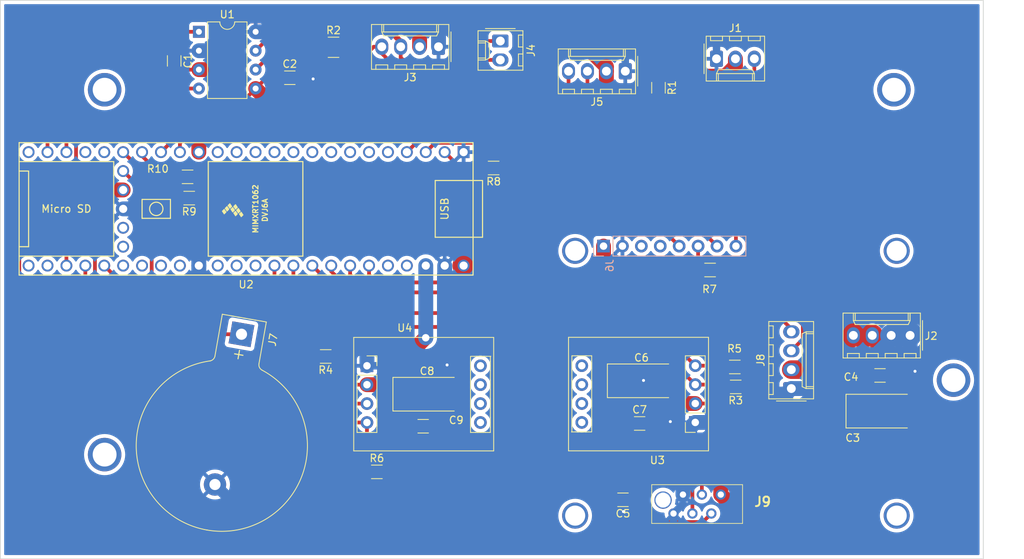
<source format=kicad_pcb>
(kicad_pcb (version 20211014) (generator pcbnew)
  (title_block (comment 4 "AISLER Project ID: GBVGPVHW"))
  (layers (0 "F.Cu" signal) (31 "B.Cu" signal) (34 "B.Paste" user) (35 "F.Paste" user) (36 "B.SilkS" user "B.Silkscreen") (37 "F.SilkS" user "F.Silkscreen") (38 "B.Mask" user) (39 "F.Mask" user) (44 "Edge.Cuts" user))
  (net 0 "")
  (net 1 "GND")
  (net 2 "+5V")
  (net 3 "+3V3")
  (net 4 "/GrayHill_SW")
  (net 5 "/DS18B20_Sensor")
  (net 6 "/CAN_H")
  (net 7 "/CAN_L")
  (net 8 "/SCL2")
  (net 9 "/SDA2")
  (net 12 "/SCK1")
  (net 13 "Net-(J6-Pad6)")
  (net 14 "/MOSI1")
  (net 15 "/CS1")
  (net 16 "/VBAT")
  (net 17 "/RX5")
  (net 18 "/TX5")
  (net 19 "/GrayHill_B")
  (net 20 "/GrayHill_A")
  (net 21 "/SDA")
  (net 22 "/SDA1")
  (net 23 "/SCL")
  (net 24 "/SCL1")
  (net 25 "/MISO1")
  (net 26 "Net-(R8-Pad2)")
  (net 27 "Net-(R10-Pad2)")
  (net 28 "/CAN3_TXD")
  (net 29 "/CAN3_RXD")
  (net 64 "Net-(R9-Pad2)")
  (footprint "Resistor_SMD:R_1206_3216Metric_Pad1.30x1.75mm_HandSolder" (layer "F.Cu") (at 175.39 113.77 180)
    (fp_text reference "R3")
    (fp_text value "4.7k")
  )
  (footprint "Capacitor_Tantalum_SMD:CP_EIA-7343-31_Kemet-D_Pad2.25x2.55mm_HandSolder" (layer "F.Cu") (at 133.94 114.75)
    (fp_text reference "C8")
    (fp_text value "10 µF")
  )
  (footprint "Battery:BatteryHolder_Keystone_103_1x20mm" (layer "F.Cu") (at 109.019452 106.696613 -100)
    (fp_text reference "J7")
    (fp_text value "CR2032_Batt_Holder")
  )
  (footprint "Capacitor_Tantalum_SMD:CP_EIA-7343-31_Kemet-D_Pad2.25x2.55mm_HandSolder" (layer "F.Cu") (at 194.79 117.02)
    (fp_text reference "C3")
    (fp_text value "10 µF")
  )
  (footprint "Connector_Molex:Molex_KK-254_AE-6410-04A_1x04_P2.54mm_Vertical" (layer "F.Cu") (at 160.56 71.37 180)
    (fp_text reference "J5")
    (fp_text value "U-BLOX NEO M9N")
  )
  (footprint "MountingHole:MountingHole_2.7mm_M2.5" (layer "F.Cu") (at 153.83 131.055)
    (fp_text reference "REF**" hide)
    (fp_text value "MountingHole_2.7mm_M2.5")
  )
  (footprint "Resistor_SMD:R_1206_3216Metric_Pad1.30x1.75mm_HandSolder" (layer "F.Cu") (at 165.02 73.595 -90)
    (fp_text reference "R1")
    (fp_text value "4.7k")
  )
  (footprint "Capacitor_SMD:C_1206_3216Metric_Pad1.33x1.80mm_HandSolder" (layer "F.Cu") (at 133.42 119.05)
    (fp_text reference "C9")
    (fp_text value "100 nF")
  )
  (footprint "Resistor_SMD:R_1210_3225Metric_Pad1.30x2.65mm_HandSolder" (layer "F.Cu") (at 121.38 68.16)
    (fp_text reference "R2")
    (fp_text value "120R")
  )
  (footprint "teensy:doublePinSocket_2x04_P2.54mm_Vertical_W15.24mm" (layer "F.Cu") (at 136.03 113.47)
    (fp_text reference "U4")
    (fp_text value "AMS5915-1500A")
  )
  (footprint "MountingHole:MountingHole_2.7mm_M2.5" (layer "F.Cu") (at 197.01 131.055)
    (fp_text reference "REF**" hide)
    (fp_text value "MountingHole_2.7mm_M2.5")
  )
  (footprint "MountingHole:MountingHole_2.7mm_M2.5" (layer "F.Cu") (at 197.01 95.495)
    (fp_text reference "REF**" hide)
    (fp_text value "MountingHole_2.7mm_M2.5")
  )
  (footprint "teensy:doublePinSocket_2x04_P2.54mm_Vertical_W15.24mm" (layer "F.Cu") (at 159.8 116 180)
    (fp_text reference "U3")
    (fp_text value "AMS5915-0050D")
  )
  (footprint "Resistor_SMD:R_1206_3216Metric_Pad1.30x1.75mm_HandSolder" (layer "F.Cu") (at 127.2 125.18 180)
    (fp_text reference "R6")
    (fp_text value "4.7k")
  )
  (footprint "SamacSys_Parts:3380686" (layer "F.Cu") (at 173.385 128.23 180)
    (fp_text reference "J9")
    (fp_text value "GRAYHILL ENCODER" hide)
  )
  (footprint "Capacitor_SMD:C_1206_3216Metric_Pad1.33x1.80mm_HandSolder" (layer "F.Cu") (at 115.51 72.25)
    (fp_text reference "C2")
    (fp_text value "100 nF")
  )
  (footprint "Resistor_SMD:R_1206_3216Metric_Pad1.30x1.75mm_HandSolder" (layer "F.Cu") (at 102 88.41 180)
    (fp_text reference "R9")
    (fp_text value "33R")
  )
  (footprint "teensy:Teensy41" (layer "F.Cu") (at 109.64 89.86 180)
    (fp_text reference "U2")
    (fp_text value "Teensy4.1")
  )
  (footprint "Capacitor_Tantalum_SMD:CP_EIA-7343-31_Kemet-D_Pad2.25x2.55mm_HandSolder" (layer "F.Cu") (at 162.74 112.95)
    (fp_text reference "C6")
    (fp_text value "10 µF")
  )
  (footprint "Resistor_SMD:R_1206_3216Metric_Pad1.30x1.75mm_HandSolder" (layer "F.Cu") (at 171.95 98.07)
    (fp_text reference "R7")
    (fp_text value "33R")
  )
  (footprint "MountingHole:MountingHole_3.2mm_M3" (layer "F.Cu") (at 204.64 112.86)
    (fp_text reference "REF**" hide)
    (fp_text value "MountingHole_3.2mm_M3")
  )
  (footprint "Connector_Molex:Molex_KK-254_AE-6410-03A_1x03_P2.54mm_Vertical" (layer "F.Cu") (at 172.81 69.705)
    (fp_text reference "J1")
    (fp_text value "DS18B20 sensor")
  )
  (footprint "Connector_Molex:Molex_KK-254_AE-6410-02A_1x02_P2.54mm_Vertical" (layer "F.Cu") (at 143.78 67.32 -90)
    (fp_text reference "J4")
    (fp_text value "TO EMS")
  )
  (footprint "Capacitor_SMD:C_1206_3216Metric_Pad1.33x1.80mm_HandSolder" (layer "F.Cu") (at 160.25 128.93 180)
    (fp_text reference "C5")
    (fp_text value "470 nF")
  )
  (footprint "MountingHole:MountingHole_3.2mm_M3" (layer "F.Cu") (at 90.64 122.86)
    (fp_text reference "REF**" hide)
    (fp_text value "MountingHole_3.2mm_M3")
  )
  (footprint "MountingHole:MountingHole_2.7mm_M2.5" (layer "F.Cu") (at 153.83 95.495)
    (fp_text reference "REF**" hide)
    (fp_text value "MountingHole_2.7mm_M2.5")
  )
  (footprint "Capacitor_SMD:C_1206_3216Metric_Pad1.33x1.80mm_HandSolder" (layer "F.Cu") (at 162.49 118.68)
    (fp_text reference "C7")
    (fp_text value "100 nF")
  )
  (footprint "Resistor_SMD:R_1206_3216Metric_Pad1.30x1.75mm_HandSolder" (layer "F.Cu") (at 101.78 85.56 180)
    (fp_text reference "R10")
    (fp_text value "33R")
  )
  (footprint "Resistor_SMD:R_1206_3216Metric_Pad1.30x1.75mm_HandSolder" (layer "F.Cu") (at 120.33 109.68 180)
    (fp_text reference "R4")
    (fp_text value "4.7k")
  )
  (footprint "Connector_Molex:Molex_KK-254_AE-6410-04A_1x04_P2.54mm_Vertical" (layer "F.Cu") (at 135.48 68.09 180)
    (fp_text reference "J3")
    (fp_text value "CAN BUS")
  )
  (footprint "Connector_Molex:Molex_KK-254_AE-6410-04A_1x04_P2.54mm_Vertical" (layer "F.Cu") (at 198.81 106.85 180)
    (fp_text reference "J2")
    (fp_text value "Power input")
  )
  (footprint "Package_DIP:DIP-8_W7.62mm" (layer "F.Cu") (at 103.3 66.08)
    (fp_text reference "U1")
    (fp_text value "MCP2562-E-P")
  )
  (footprint "Capacitor_SMD:C_1206_3216Metric_Pad1.33x1.80mm_HandSolder" (layer "F.Cu") (at 99.98 69.99 -90)
    (fp_text reference "C1")
    (fp_text value "100 nF")
  )
  (footprint "Capacitor_SMD:C_1206_3216Metric_Pad1.33x1.80mm_HandSolder" (layer "F.Cu") (at 194.77 112.23)
    (fp_text reference "C4")
    (fp_text value "100 nF")
  )
  (footprint "Resistor_SMD:R_1206_3216Metric_Pad1.30x1.75mm_HandSolder" (layer "F.Cu") (at 142.88 84.37 180)
    (fp_text reference "R8")
    (fp_text value "33R")
  )
  (footprint "MountingHole:MountingHole_3.2mm_M3" (layer "F.Cu") (at 196.64 73.86)
    (fp_text reference "REF**" hide)
    (fp_text value "MountingHole_3.2mm_M3")
  )
  (footprint "Connector_Molex:Molex_KK-254_AE-6410-04A_1x04_P2.54mm_Vertical" (layer "F.Cu") (at 182.86 113.99 90)
    (fp_text reference "J8")
    (fp_text value "AHRS NAVEOL")
  )
  (footprint "Resistor_SMD:R_1206_3216Metric_Pad1.30x1.75mm_HandSolder" (layer "F.Cu") (at 175.27 111.09 180)
    (fp_text reference "R5")
    (fp_text value "4.7k")
  )
  (footprint "MountingHole:MountingHole_3.2mm_M3" (layer "F.Cu") (at 90.64 73.86)
    (fp_text reference "REF**" hide)
    (fp_text value "MountingHole_3.2mm_M3")
  )
  (footprint "Connector_PinSocket_2.54mm:PinSocket_1x08_P2.54mm_Vertical" (layer "B.Cu") (at 157.64 94.86 -90)
    (fp_text reference "J6")
    (fp_text value "Adafruit RA8875")
  )
  (gr_rect (start 76.64 61.86) (end 208.64 136.86) (layer "Edge.Cuts") (width 0.1) (fill none))
  (segment (start 164.0525 118.68) (end 166.36 118.68) (width 0.5) (layer "F.Cu") (net 1))
  (segment (start 197.99 117.02) (end 197.99 113.15) (width 0.5) (layer "F.Cu") (net 1))
  (segment (start 103.3 68.62) (end 100.1725 68.62) (width 0.5) (layer "F.Cu") (net 1))
  (segment (start 134.9825 119.05) (end 134.9825 116.9075) (width 1) (layer "F.Cu") (net 1))
  (segment (start 134.9825 116.9075) (end 137.14 114.75) (width 1) (layer "F.Cu") (net 1))
  (segment (start 198.91 112.23) (end 199.47 111.67) (width 0.5) (layer "F.Cu") (net 1))
  (segment (start 100.1725 68.62) (end 99.98 68.4275) (width 0.5) (layer "F.Cu") (net 1))
  (segment (start 158.73 128.93) (end 160.31 130.51) (width 0.5) (layer "F.Cu") (net 1))
  (segment (start 163.01 112.9) (end 165.89 112.9) (width 0.5) (layer "F.Cu") (net 1))
  (segment (start 137.14 114.75) (end 137.14 111.33) (width 1) (layer "F.Cu") (net 1))
  (segment (start 166.36 118.68) (end 166.61 118.43) (width 0.5) (layer "F.Cu") (net 1))
  (segment (start 158.6875 128.93) (end 158.73 128.93) (width 0.5) (layer "F.Cu") (net 1))
  (segment (start 165.89 112.9) (end 165.94 112.95) (width 0.5) (layer "F.Cu") (net 1))
  (segment (start 197.99 113.15) (end 199.47 111.67) (width 0.5) (layer "F.Cu") (net 1))
  (segment (start 137.14 111.33) (end 136.63 110.82) (width 1) (layer "F.Cu") (net 1))
  (segment (start 117.0725 72.25) (end 118.48 72.25) (width 0.5) (layer "F.Cu") (net 1))
  (segment (start 196.3325 112.23) (end 198.91 112.23) (width 0.5) (layer "F.Cu") (net 1))
  (segment (start 118.48 72.25) (end 118.64 72.41) (width 0.5) (layer "F.Cu") (net 1))
  (via (at 118.64 72.41) (size 0.8) (drill 0.4) (layers "F.Cu" "B.Cu") (net 1))
  (via (at 163.01 112.9) (size 0.8) (drill 0.4) (layers "F.Cu" "B.Cu") (net 1))
  (via (at 160.31 130.51) (size 0.8) (drill 0.4) (layers "F.Cu" "B.Cu") (net 1))
  (via (at 166.61 118.43) (size 0.8) (drill 0.4) (layers "F.Cu" "B.Cu") (net 1))
  (via (at 199.47 111.67) (size 0.8) (drill 0.4) (layers "F.Cu" "B.Cu") (net 1))
  (via (at 136.63 110.82) (size 0.8) (drill 0.4) (layers "F.Cu" "B.Cu") (net 1))
  (segment (start 118.64 69.22) (end 115.5 66.08) (width 0.5) (layer "B.Cu") (net 1))
  (segment (start 169.96 118.54) (end 178.31 118.54) (width 2) (layer "B.Cu") (net 1))
  (segment (start 115.5 66.08) (end 110.92 66.08) (width 2) (layer "B.Cu") (net 1))
  (segment (start 161.43 63.94) (end 135.2 63.94) (width 3) (layer "B.Cu") (net 1))
  (segment (start 136.31 97.48) (end 136.31 110.5) (width 2) (layer "B.Cu") (net 1))
  (segment (start 125.87 110.93) (end 136.52 110.93) (width 1) (layer "B.Cu") (net 1))
  (segment (start 189.741743 113.99) (end 196.27 107.461743) (width 2) (layer "B.Cu") (net 1))
  (segment (start 198.81 106.49) (end 187.86 95.54) (width 3) (layer "B.Cu") (net 1))
  (segment (start 166.61 118.43) (end 168.305 120.125) (width 0.5) (layer "B.Cu") (net 1))
  (segment (start 182.86 113.99) (end 189.741743 113.99) (width 2) (layer "B.Cu") (net 1))
  (segment (start 168.305 128.23) (end 168.305 129.5) (width 1) (layer "B.Cu") (net 1))
  (segment (start 135.48 68.09) (end 135.48 64.22) (width 2) (layer "B.Cu") (net 1))
  (segment (start 156.3 98.74) (end 160.18 94.86) (width 0.5) (layer "B.Cu") (net 1))
  (segment (start 136.31 97.48) (end 136.31 84.78) (width 0.5) (layer "B.Cu") (net 1))
  (segment (start 196.27 107.461743) (end 196.27 106.85) (width 2) (layer "B.Cu") (net 1))
  (segment (start 109.439022 63.94) (end 104.759022 68.62) (width 2) (layer "B.Cu") (net 1))
  (segment (start 187.86 95.54) (end 187.86 64) (width 3) (layer "B.Cu") (net 1))
  (segment (start 178.31 118.54) (end 182.86 113.99) (width 2) (layer "B.Cu") (net 1))
  (segment (start 172.86 63.94) (end 161.43 63.94) (width 3) (layer "B.Cu") (net 1))
  (segment (start 125.87 106.89) (end 125.87 110.93) (width 2) (layer "B.Cu") (net 1))
  (segment (start 109.439022 63.94) (end 117.64 63.94) (width 2) (layer "B.Cu") (net 1))
  (segment (start 163.01 114.83) (end 166.61 118.43) (width 0.5) (layer "B.Cu") (net 1))
  (segment (start 103.29 96.34863) (end 103.29 97.48) (width 2) (layer "B.Cu") (net 1))
  (segment (start 103.29 98.61137) (end 106.61863 101.94) (width 2) (layer "B.Cu") (net 1))
  (segment (start 160.31 130.51) (end 160.285479 130.534521) (width 1.5) (layer "B.Cu") (net 1))
  (segment (start 168.305 120.125) (end 168.305 120.195) (width 0.5) (layer "B.Cu") (net 1))
  (segment (start 136.31 110.5) (end 136.63 110.82) (width 2) (layer "B.Cu") (net 1))
  (segment (start 168.305 120.195) (end 169.96 118.54) (width 2) (layer "B.Cu") (net 1))
  (segment (start 166.235479 133.654521) (end 164.150479 133.654521) (width 1) (layer "B.Cu") (net 1))
  (segment (start 103.29 97.48) (end 103.29 98.61137) (width 2) (layer "B.Cu") (net 1))
  (segment (start 138.85 82.24) (end 138.85 65.24) (width 0.5) (layer "B.Cu") (net 1))
  (segment (start 135.2 63.94) (end 127.01 63.94) (width 3) (layer "B.Cu") (net 1))
  (segment (start 160.285479 130.534521) (end 160.285479 133.654521) (width 1.5) (layer "B.Cu") (net 1))
  (segment (start 172.81 63.99) (end 172.86 63.94) (width 1) (layer "B.Cu") (net 1))
  (segment (start 96.80137 89.86) (end 103.29 96.34863) (width 2) (layer "B.Cu") (net 1))
  (segment (start 167.035 130.77) (end 167.035 132.855) (width 1) (layer "B.Cu") (net 1))
  (segment (start 136.31 84.78) (end 138.85 82.24) (width 0.5) (layer "B.Cu") (net 1))
  (segment (start 164.150479 133.654521) (end 160.285479 133.654521) (width 1.5) (layer "B.Cu") (net 1))
  (segment (start 187.86 64) (end 187.92 63.94) (width 3) (layer "B.Cu") (net 1))
  (segment (start 104.759022 68.62) (end 103.3 68.62) (width 2) (layer "B.Cu") (net 1))
  (segment (start 163.01 112.9) (end 163.01 114.83) (width 0.5) (layer "B.Cu") (net 1))
  (segment (start 120.92 101.94) (end 125.87 106.89) (width 2) (layer "B.Cu") (net 1))
  (segment (start 136.31 97.48) (end 137.57 98.74) (width 0.5) (layer "B.Cu") (net 1))
  (segment (start 167.035 132.855) (end 166.235479 133.654521) (width 1) (layer "B.Cu") (net 1))
  (segment (start 105.461401 126.875324) (end 113.5 134.913923) (width 1.5) (layer "B.Cu") (net 1))
  (segment (start 198.81 111.01) (end 199.47 111.67) (width 2) (layer "B.Cu") (net 1))
  (segment (start 117.64 63.94) (end 115.5 66.08) (width 2) (layer "B.Cu") (net 1))
  (segment (start 168.305 128.23) (end 168.305 120.195) (width 2) (layer "B.Cu") (net 1))
  (segment (start 113.5 134.913923) (end 159.026077 134.913923) (width 1.5) (layer "B.Cu") (net 1))
  (segment (start 137.57 98.74) (end 156.3 98.74) (width 0.5) (layer "B.Cu") (net 1))
  (segment (start 118.64 72.41) (end 118.64 69.22) (width 0.5) (layer "B.Cu") (net 1))
  (segment (start 160.56 71.37) (end 160.56 64.81) (width 1) (layer "B.Cu") (net 1))
  (segment (start 168.305 129.5) (end 167.035 130.77) (width 1) (layer "B.Cu") (net 1))
  (segment (start 198.81 106.85) (end 198.81 106.49) (width 3) (layer "B.Cu") (net 1))
  (segment (start 136.52 110.93) (end 136.63 110.82) (width 1) (layer "B.Cu") (net 1))
  (segment (start 127.01 63.94) (end 117.64 63.94) (width 3) (layer "B.Cu") (net 1))
  (segment (start 187.92 63.94) (end 172.86 63.94) (width 3) (layer "B.Cu") (net 1))
  (segment (start 106.61863 101.94) (end 120.92 101.94) (width 2) (layer "B.Cu") (net 1))
  (segment (start 159.026077 134.913923) (end 160.285479 133.654521) (width 1.5) (layer "B.Cu") (net 1))
  (segment (start 160.56 64.81) (end 161.43 63.94) (width 1) (layer "B.Cu") (net 1))
  (segment (start 198.81 106.85) (end 198.81 111.01) (width 2) (layer "B.Cu") (net 1))
  (segment (start 93.13 89.86) (end 96.80137 89.86) (width 2) (layer "B.Cu") (net 1))
  (segment (start 135.48 64.22) (end 135.2 63.94) (width 2) (layer "B.Cu") (net 1))
  (segment (start 172.81 69.705) (end 172.81 63.99) (width 1) (layer "B.Cu") (net 1))
  (segment (start 198.81 106.85) (end 196.29952 106.85) (width 3) (layer "B.Cu") (net 1))
  (segment (start 189.87 105.37) (end 189.87 105.14) (width 3) (layer "F.Cu") (net 2))
  (segment (start 189.87 105.37) (end 191.35 106.85) (width 3) (layer "F.Cu") (net 2))
  (segment (start 183.33 66.87) (end 180.405 63.945) (width 3) (layer "F.Cu") (net 2))
  (segment (start 153.06 101.04) (end 157.44 101.04) (width 3) (layer "F.Cu") (net 2))
  (segment (start 105.53 71.16) (end 107.22 69.47) (width 2) (layer "F.Cu") (net 2))
  (segment (start 149.5 97.48) (end 153.06 101.04) (width 3) (layer "F.Cu") (net 2))
  (segment (start 186.59 111.45) (end 182.86 111.45) (width 2.5) (layer "F.Cu") (net 2))
  (segment (start 107.22 69.47) (end 107.22 65.38) (width 2) (layer "F.Cu") (net 2))
  (segment (start 193.2075 115.4025) (end 191.59 117.02) (width 0.5) (layer "F.Cu") (net 2))
  (segment (start 185.705 100.975) (end 183.33 98.6) (width 3) (layer "F.Cu") (net 2))
  (segment (start 132.94 68.09) (end 132.94 64.14) (width 2) (layer "F.Cu") (net 2))
  (segment (start 103.3 71.16) (end 105.53 71.16) (width 2) (layer "F.Cu") (net 2))
  (segment (start 193.73 111.7075) (end 193.2075 112.23) (width 0.5) (layer "F.Cu") (net 2))
  (segment (start 132.745 63.945) (end 180.405 63.945) (width 3) (layer "F.Cu") (net 2))
  (segment (start 191.35 106.85) (end 193.70048 106.85) (width 3) (layer "F.Cu") (net 2))
  (segment (start 157.775 100.975) (end 185.705 100.975) (width 3) (layer "F.Cu") (net 2))
  (segment (start 183.33 98.6) (end 183.33 66.87) (width 3) (layer "F.Cu") (net 2))
  (segment (start 157.64 100.84) (end 157.775 100.975) (width 3) (layer "F.Cu") (net 2))
  (segment (start 138.85 97.48) (end 149.5 97.48) (width 3) (layer "F.Cu") (net 2))
  (segment (start 191.19 106.85) (end 191.35 106.85) (width 3) (layer "F.Cu") (net 2))
  (segment (start 193.73 106.85) (end 193.73 111.7075) (width 0.5) (layer "F.Cu") (net 2))
  (segment (start 157.64 94.86) (end 157.64 100.84) (width 2) (layer "F.Cu") (net 2))
  (segment (start 107.22 65.38) (end 108.655 63.945) (width 2) (layer "F.Cu") (net 2))
  (segment (start 103.3 71.16) (end 100.3725 71.16) (width 0.5) (layer "F.Cu") (net 2))
  (segment (start 108.655 63.945) (end 132.745 63.945) (width 2) (layer "F.Cu") (net 2))
  (segment (start 191.19 106.85) (end 186.59 111.45) (width 2.5) (layer "F.Cu") (net 2))
  (segment (start 193.2075 112.23) (end 193.2075 115.4025) (width 0.5) (layer "F.Cu") (net 2))
  (segment (start 100.3725 71.16) (end 99.98 71.5525) (width 0.5) (layer "F.Cu") (net 2))
  (segment (start 189.87 105.14) (end 185.705 100.975) (width 3) (layer "F.Cu") (net 2))
  (segment (start 78.430489 99.220489) (end 102.03 122.82) (width 2) (layer "F.Cu") (net 3))
  (segment (start 158.02 70.758257) (end 155.581743 68.32) (width 2) (layer "F.Cu") (net 3))
  (segment (start 98.94 79.66) (end 87.76 79.66) (width 0.5) (layer "F.Cu") (net 3))
  (segment (start 155.581743 68.32) (end 150.44 68.32) (width 2) (layer "F.Cu") (net 3))
  (segment (start 158.31 77.77) (end 164.34 71.74) (width 2) (layer "F.Cu") (net 3))
  (segment (start 171.265 135.08) (end 175.75 130.595) (width 2) (layer "F.Cu") (net 3))
  (segment (start 160.9275 118.68) (end 160.9275 122.0625) (width 2) (layer "F.Cu") (net 3))
  (segment (start 176.82 111.09) (end 176.82 113.65) (width 0.5) (layer "F.Cu") (net 3))
  (segment (start 86.800489 80.619511) (end 86.800489 86.890489) (width 0.5) (layer "F.Cu") (net 3))
  (segment (start 148.78 69.98) (end 148.78 71.75) (width 2) (layer "F.Cu") (net 3))
  (segment (start 118.82 135.08) (end 171.265 135.08) (width 2) (layer "F.Cu") (net 3))
  (segment (start 176.94 113.77) (end 174.71 116) (width 0.5) (layer "F.Cu") (net 3))
  (segment (start 131.8575 122.2675) (end 132.18 122.59) (width 2) (layer "F.Cu") (net 3))
  (segment (start 173.385 124.875) (end 171.1 122.59) (width 2) (layer "F.Cu") (net 3))
  (segment (start 110.92 73.7) (end 109.55 75.07) (width 0.5) (layer "F.Cu") (net 3))
  (segment (start 102.03 122.82) (end 106.64 122.82) (width 2) (layer "F.Cu") (net 3))
  (segment (start 150.44 68.32) (end 148.78 69.98) (width 2) (layer "F.Cu") (net 3))
  (segment (start 158.02 71.37) (end 158.02 70.758257) (width 2) (layer "F.Cu") (net 3))
  (segment (start 127.429022 113.47) (end 125.87 113.47) (width 2) (layer "F.Cu") (net 3))
  (segment (start 158.02 75.9) (end 156.15 77.77) (width 2) (layer "F.Cu") (net 3))
  (segment (start 131.68 79.39) (end 133.31 77.76) (width 2) (layer "F.Cu") (net 3))
  (segment (start 176.82 113.65) (end 176.94 113.77) (width 0.5) (layer "F.Cu") (net 3))
  (segment (start 133.729022 107.17) (end 129.114511 111.784511) (width 2) (layer "F.Cu") (net 3))
  (segment (start 132.18 122.59) (end 157.0175 122.59) (width 2) (layer "F.Cu") (net 3))
  (segment (start 109.55 75.07) (end 109.55 75.49) (width 0.5) (layer "F.Cu") (net 3))
  (segment (start 116.93 133.19) (end 118.82 135.08) (width 2) (layer "F.Cu") (net 3))
  (segment (start 147.57 72.96) (end 131.45 72.96) (width 2) (layer "F.Cu") (net 3))
  (segment (start 148.78 71.75) (end 147.57 72.96) (width 2) (layer "F.Cu") (net 3))
  (segment (start 160.9275 122.0625) (end 160.4 122.59) (width 2) (layer "F.Cu") (net 3))
  (segment (start 160.9275 118.68) (end 160.9275 116.5025) (width 2) (layer "F.Cu") (net 3))
  (segment (start 169.96 116) (end 161.43 116) (width 2) (layer "F.Cu") (net 3))
  (segment (start 129.66 74.75) (end 131.45 72.96) (width 2) (layer "F.Cu") (net 3))
  (segment (start 109.55 75.49) (end 103.11 75.49) (width 0.5) (layer "F.Cu") (net 3))
  (segment (start 131.8575 122.2675) (end 131.6625 122.2675) (width 0.5) (layer "F.Cu") (net 3))
  (segment (start 110.92 73.7) (end 111.97 74.75) (width 2) (layer "F.Cu") (net 3))
  (segment (start 106.64 122.82) (end 116.93 133.11) (width 2) (layer "F.Cu") (net 3))
  (segment (start 123.66 113.47) (end 125.87 113.47) (width 0.5) (layer "F.Cu") (net 3))
  (segment (start 175.75 130.595) (end 173.385 128.23) (width 2) (layer "F.Cu") (net 3))
  (segment (start 105.00863 79.39) (end 131.68 79.39) (width 2) (layer "F.Cu") (net 3))
  (segment (start 156.15 77.77) (end 158.31 77.77) (width 2) (layer "F.Cu") (net 3))
  (segment (start 103.29 82.24) (end 103.29 81.10863) (width 2) (layer "F.Cu") (net 3))
  (segment (start 130.74 113.41) (end 129.114511 111.784511) (width 1) (layer "F.Cu") (net 3))
  (segment (start 129.114511 111.784511) (end 129.114511 116.307011) (width 2) (layer "F.Cu") (net 3))
  (segment (start 123.66 113.47) (end 121.88 111.69) (width 0.5) (layer "F.Cu") (net 3))
  (segment (start 87.23 87.32) (end 78.430489 96.119511) (width 2) (layer "F.Cu") (net 3))
  (segment (start 121.88 111.69) (end 121.88 109.68) (width 0.5) (layer "F.Cu") (net 3))
  (segment (start 160.9275 116.5025) (end 160.9275 114.3375) (width 2) (layer "F.Cu") (net 3))
  (segment (start 116.93 133.11) (end 116.93 133.19) (width 2) (layer "F.Cu") (net 3))
  (segment (start 133.31 77.76) (end 147.5 77.76) (width 2) (layer "F.Cu") (net 3))
  (segment (start 160.4 122.59) (end 157.0175 122.59) (width 2) (layer "F.Cu") (net 3))
  (segment (start 103.29 81.10863) (end 105.00863 79.39) (width 2) (layer "F.Cu") (net 3))
  (segment (start 173.98493 72.045) (end 165.02 72.045) (width 2) (layer "F.Cu") (net 3))
  (segment (start 130.74 114.75) (end 130.74 113.41) (width 1) (layer "F.Cu") (net 3))
  (segment (start 103.11 75.49) (end 98.94 79.66) (width 0.5) (layer "F.Cu") (net 3))
  (segment (start 147.51 77.77) (end 156.15 77.77) (width 2) (layer "F.Cu") (net 3))
  (segment (start 175.35 70.67993) (end 173.98493 72.045) (width 2) (layer "F.Cu") (net 3))
  (segment (start 161.43 116) (end 160.9275 116.5025) (width 2) (layer "F.Cu") (net 3))
  (segment (start 131.6625 122.2675) (end 128.75 125.18) (width 0.5) (layer "F.Cu") (net 3))
  (segment (start 78.430489 96.119511) (end 78.430489 99.220489) (width 2) (layer "F.Cu") (net 3))
  (segment (start 173.385 128.23) (end 173.385 124.875) (width 2) (layer "F.Cu") (net 3))
  (segment (start 112.37 72.25) (end 110.92 73.7) (width 0.5) (layer "F.Cu") (net 3))
  (segment (start 113.9475 72.25) (end 112.37 72.25) (width 0.5) (layer "F.Cu") (net 3))
  (segment (start 93.13 87.32) (end 87.23 87.32) (width 2) (layer "F.Cu") (net 3))
  (segment (start 129.114511 111.784511) (end 127.429022 113.47) (width 2) (layer "F.Cu") (net 3))
  (segment (start 171.1 122.59) (end 160.4 122.59) (width 2) (layer "F.Cu") (net 3))
  (segment (start 174.71 116) (end 169.96 116) (width 0.5) (layer "F.Cu") (net 3))
  (segment (start 175.35 69.705) (end 175.35 70.67993) (width 2) (layer "F.Cu") (net 3))
  (segment (start 111.97 74.75) (end 129.66 74.75) (width 2) (layer "F.Cu") (net 3))
  (segment (start 86.800489 86.890489) (end 87.23 87.32) (width 0.5) (layer "F.Cu") (net 3))
  (segment (start 87.76 79.66) (end 86.800489 80.619511) (width 0.5) (layer "F.Cu") (net 3))
  (segment (start 129.114511 116.307011) (end 131.8575 119.05) (width 2) (layer "F.Cu") (net 3))
  (segment (start 158.02 71.37) (end 158.02 75.9) (width 2) (layer "F.Cu") (net 3))
  (segment (start 131.8575 119.05) (end 131.8575 122.2675) (width 2) (layer "F.Cu") (net 3))
  (segment (start 133.76 107.17) (end 133.729022 107.17) (width 2) (layer "F.Cu") (net 3))
  (segment (start 147.5 77.76) (end 147.51 77.77) (width 2) (layer "F.Cu") (net 3))
  (segment (start 160.9275 114.3375) (end 159.54 112.95) (width 2) (layer "F.Cu") (net 3))
  (via (at 133.76 107.17) (size 1.2) (drill 1) (layers "F.Cu" "B.Cu") (net 3))
  (segment (start 133.77 97.48) (end 133.77 107.16) (width 2) (layer "B.Cu") (net 3))
  (segment (start 133.77 107.16) (end 133.76 107.17) (width 2) (layer "B.Cu") (net 3))
  (segment (start 161 126.59) (end 161.15 126.59) (width 0.5) (layer "F.Cu") (net 4))
  (segment (start 161.7625 128.88) (end 161.8125 128.93) (width 0.5) (layer "F.Cu") (net 4))
  (segment (start 86.12 95.53) (end 88.69 95.53) (width 0.5) (layer "F.Cu") (net 4))
  (segment (start 161.7625 127.2025) (end 161.7625 128.88) (width 0.5) (layer "F.Cu") (net 4))
  (segment (start 89.340489 99.150489) (end 119.23 129.04) (width 0.5) (layer "F.Cu") (net 4))
  (segment (start 88.69 95.53) (end 89.340489 96.180489) (width 0.5) (layer "F.Cu") (net 4))
  (segment (start 119.23 129.04) (end 143.17 129.04) (width 0.5) (layer "F.Cu") (net 4))
  (segment (start 145.62 126.59) (end 161 126.59) (width 0.5) (layer "F.Cu") (net 4))
  (segment (start 169.575 130.77) (end 169.575 127.135) (width 0.5) (layer "F.Cu") (net 4))
  (segment (start 169.575 127.135) (end 169.03 126.59) (width 0.5) (layer "F.Cu") (net 4))
  (segment (start 89.340489 96.180489) (end 89.340489 99.150489) (width 0.5) (layer "F.Cu") (net 4))
  (segment (start 143.17 129.04) (end 145.62 126.59) (width 0.5) (layer "F.Cu") (net 4))
  (segment (start 161.15 126.59) (end 161.7625 127.2025) (width 0.5) (layer "F.Cu") (net 4))
  (segment (start 169.03 126.59) (end 161 126.59) (width 0.5) (layer "F.Cu") (net 4))
  (segment (start 85.51 97.48) (end 85.51 96.14) (width 0.5) (layer "F.Cu") (net 4))
  (segment (start 85.51 96.14) (end 86.12 95.53) (width 0.5) (layer "F.Cu") (net 4))
  (segment (start 177.89 76.17) (end 177.89 69.705) (width 0.5) (layer "F.Cu") (net 5))
  (segment (start 161.39 79.79) (end 163.25 77.93) (width 0.5) (layer "F.Cu") (net 5))
  (segment (start 161.39 79.8) (end 161.39 79.79) (width 0.5) (layer "F.Cu") (net 5))
  (segment (start 133.67 79.8) (end 161.39 79.8) (width 0.5) (layer "F.Cu") (net 5))
  (segment (start 164.94 77.93) (end 166.77 77.93) (width 0.5) (layer "F.Cu") (net 5))
  (segment (start 165.02 77.85) (end 164.94 77.93) (width 0.5) (layer "F.Cu") (net 5))
  (segment (start 131.23 82.24) (end 133.67 79.8) (width 0.5) (layer "F.Cu") (net 5))
  (segment (start 166.77 77.93) (end 176.13 77.93) (width 0.5) (layer "F.Cu") (net 5))
  (segment (start 163.25 77.93) (end 166.77 77.93) (width 0.5) (layer "F.Cu") (net 5))
  (segment (start 176.13 77.93) (end 177.89 76.17) (width 0.5) (layer "F.Cu") (net 5))
  (segment (start 165.02 75.145) (end 165.02 77.85) (width 0.5) (layer "F.Cu") (net 5))
  (segment (start 122.93 68.16) (end 122.93 67.16) (width 0.5) (layer "F.Cu") (net 6))
  (segment (start 130.4 68.09) (end 130.4 67.4) (width 0.75) (layer "F.Cu") (net 6))
  (segment (start 130.4 67.4) (end 129.29 66.29) (width 0.75) (layer "F.Cu") (net 6))
  (segment (start 143.78 67.32) (end 139.33 67.32) (width 0.5) (layer "F.Cu") (net 6))
  (segment (start 129.29 66.29) (end 129.13 66.13) (width 0.5) (layer "F.Cu") (net 6))
  (segment (start 136.67 69.98) (end 130.84 69.98) (width 0.5) (layer "F.Cu") (net 6))
  (segment (start 130.84 69.98) (end 130.4 69.54) (width 0.5) (layer "F.Cu") (net 6))
  (segment (start 130.4 69.54) (end 130.4 68.09) (width 0.5) (layer "F.Cu") (net 6))
  (segment (start 121.98 66.21) (end 113.33 66.21) (width 0.5) (layer "F.Cu") (net 6))
  (segment (start 139.33 67.32) (end 136.67 69.98) (width 0.5) (layer "F.Cu") (net 6))
  (segment (start 129.13 66.13) (end 123.61 66.13) (width 0.5) (layer "F.Cu") (net 6))
  (segment (start 130.4 68.09) (end 130.4 67.84) (width 0.5) (layer "F.Cu") (net 6))
  (segment (start 123.61 66.13) (end 122.93 66.81) (width 0.5) (layer "F.Cu") (net 6))
  (segment (start 113.33 66.21) (end 110.92 68.62) (width 0.5) (layer "F.Cu") (net 6))
  (segment (start 122.93 67.16) (end 121.98 66.21) (width 0.5) (layer "F.Cu") (net 6))
  (segment (start 122.93 66.81) (end 122.93 68.16) (width 0.5) (layer "F.Cu") (net 6))
  (segment (start 113.92 68.16) (end 119.83 68.16) (width 0.5) (layer "F.Cu") (net 7))
  (segment (start 127.86 68.09) (end 127.86 68.98) (width 0.5) (layer "F.Cu") (net 7))
  (segment (start 123.93 70.94) (end 120.71 70.94) (width 0.5) (layer "F.Cu") (net 7))
  (segment (start 127.86 68.98) (end 129.93 71.05) (width 0.5) (layer "F.Cu") (net 7))
  (segment (start 119.83 70.06) (end 119.83 68.16) (width 0.5) (layer "F.Cu") (net 7))
  (segment (start 120.71 70.94) (end 119.83 70.06) (width 0.5) (layer "F.Cu") (net 7))
  (segment (start 137.75 71.05) (end 129.93 71.05) (width 0.5) (layer "F.Cu") (net 7))
  (segment (start 138.94 69.86) (end 137.75 71.05) (width 0.5) (layer "F.Cu") (net 7))
  (segment (start 110.92 71.16) (end 113.92 68.16) (width 0.5) (layer "F.Cu") (net 7))
  (segment (start 126.78 68.09) (end 123.93 70.94) (width 0.5) (layer "F.Cu") (net 7))
  (segment (start 143.78 69.86) (end 138.94 69.86) (width 0.5) (layer "F.Cu") (net 7))
  (segment (start 127.86 68.09) (end 126.78 68.09) (width 0.5) (layer "F.Cu") (net 7))
  (segment (start 100.75 81.04) (end 104.17 77.62) (width 0.5) (layer "F.Cu") (net 8))
  (segment (start 104.17 77.62) (end 130.93 77.62) (width 0.5) (layer "F.Cu") (net 8))
  (segment (start 155.48 74.71) (end 155.48 71.37) (width 0.5) (layer "F.Cu") (net 8))
  (segment (start 132.57 75.98) (end 154.21 75.98) (width 0.5) (layer "F.Cu") (net 8))
  (segment (start 154.21 75.98) (end 155.48 74.71) (width 0.5) (layer "F.Cu") (net 8))
  (segment (start 100.75 82.24) (end 100.75 81.04) (width 0.5) (layer "F.Cu") (net 8))
  (segment (start 130.93 77.62) (end 132.57 75.98) (width 0.5) (layer "F.Cu") (net 8))
  (segment (start 132.29 74.84) (end 151.62 74.84) (width 0.5) (layer "F.Cu") (net 9))
  (segment (start 132.29 74.84) (end 130.52 76.61) (width 0.5) (layer "F.Cu") (net 9))
  (segment (start 103.84 76.61) (end 98.21 82.24) (width 0.5) (layer "F.Cu") (net 9))
  (segment (start 152.94 73.52) (end 152.94 71.37) (width 0.5) (layer "F.Cu") (net 9))
  (segment (start 130.52 76.61) (end 103.84 76.61) (width 0.5) (layer "F.Cu") (net 9))
  (segment (start 151.62 74.84) (end 152.94 73.52) (width 0.5) (layer "F.Cu") (net 9))
  (segment (start 130.02952 88.46952) (end 103.60952 88.46952) (width 0.5) (layer "F.Cu") (net 12))
  (segment (start 130.02952 88.46952) (end 133.64 92.08) (width 0.5) (layer "F.Cu") (net 12))
  (segment (start 103.60952 88.46952) (end 103.55 88.41) (width 0.5) (layer "F.Cu") (net 12))
  (segment (start 165.02 92.08) (end 167.8 94.86) (width 0.5) (layer "F.Cu") (net 12))
  (segment (start 133.64 92.08) (end 165.02 92.08) (width 0.5) (layer "F.Cu") (net 12))
  (segment (start 170.34 98.01) (end 170.4 98.07) (width 0.5) (layer "F.Cu") (net 13))
  (segment (start 170.34 94.86) (end 170.34 98.01) (width 0.5) (layer "F.Cu") (net 13))
  (segment (start 103.36 85.53) (end 103.33 85.56) (width 0.5) (layer "F.Cu") (net 14))
  (segment (start 165.79 87.77) (end 172.88 94.86) (width 0.5) (layer "F.Cu") (net 14))
  (segment (start 133.22 87.77) (end 165.79 87.77) (width 0.5) (layer "F.Cu") (net 14))
  (segment (start 130.98 85.53) (end 103.36 85.53) (width 0.5) (layer "F.Cu") (net 14))
  (segment (start 130.98 85.53) (end 133.22 87.77) (width 0.5) (layer "F.Cu") (net 14))
  (segment (start 171.18 84.37) (end 175.42 88.61) (width 0.5) (layer "F.Cu") (net 15))
  (segment (start 175.42 88.61) (end 175.42 94.86) (width 0.5) (layer "F.Cu") (net 15))
  (segment (start 144.43 84.37) (end 171.18 84.37) (width 0.5) (layer "F.Cu") (net 15))
  (segment (start 102.616613 106.696613) (end 96.960489 101.040489) (width 0.5) (layer "F.Cu") (net 16))
  (segment (start 109.019452 106.696613) (end 102.616613 106.696613) (width 0.5) (layer "F.Cu") (net 16))
  (segment (start 96.960489 88.610489) (end 93.13 84.78) (width 0.5) (layer "F.Cu") (net 16))
  (segment (start 96.960489 101.040489) (end 96.960489 88.610489) (width 0.5) (layer "F.Cu") (net 16))
  (segment (start 141.18 103.45) (end 137.47 99.74) (width 0.5) (layer "F.Cu") (net 17))
  (segment (start 184.40452 105.43452) (end 182.42 103.45) (width 0.5) (layer "F.Cu") (net 17))
  (segment (start 137.47 99.74) (end 127.19 99.74) (width 0.5) (layer "F.Cu") (net 17))
  (segment (start 127.19 99.74) (end 126.15 98.7) (width 0.5) (layer "F.Cu") (net 17))
  (segment (start 126.15 98.7) (end 126.15 97.48) (width 0.5) (layer "F.Cu") (net 17))
  (segment (start 182.42 103.45) (end 141.18 103.45) (width 0.5) (layer "F.Cu") (net 17))
  (segment (start 184.40452 107.36548) (end 184.40452 105.43452) (width 0.5) (layer "F.Cu") (net 17))
  (segment (start 182.86 108.91) (end 184.40452 107.36548) (width 0.5) (layer "F.Cu") (net 17))
  (segment (start 123.61 98.68) (end 126.01 101.08) (width 0.5) (layer "F.Cu") (net 18))
  (segment (start 181.64 104.76) (end 182.86 105.98) (width 0.5) (layer "F.Cu") (net 18))
  (segment (start 140.69 104.76) (end 181.64 104.76) (width 0.5) (layer "F.Cu") (net 18))
  (segment (start 182.86 105.98) (end 182.86 106.37) (width 0.5) (layer "F.Cu") (net 18))
  (segment (start 126.01 101.08) (end 137.01 101.08) (width 0.5) (layer "F.Cu") (net 18))
  (segment (start 123.61 97.48) (end 123.61 98.68) (width 0.5) (layer "F.Cu") (net 18))
  (segment (start 137.01 101.08) (end 140.69 104.76) (width 0.5) (layer "F.Cu") (net 18))
  (segment (start 169.58 124.83) (end 170.845 126.095) (width 0.5) (layer "F.Cu") (net 19))
  (segment (start 170.845 126.095) (end 170.845 128.23) (width 0.5) (layer "F.Cu") (net 19))
  (segment (start 120.98 127.87) (end 142.14 127.87) (width 0.5) (layer "F.Cu") (net 19))
  (segment (start 142.14 127.87) (end 145.18 124.83) (width 0.5) (layer "F.Cu") (net 19))
  (segment (start 90.59 97.48) (end 120.98 127.87) (width 0.5) (layer "F.Cu") (net 19))
  (segment (start 145.18 124.83) (end 169.58 124.83) (width 0.5) (layer "F.Cu") (net 19))
  (segment (start 159.250011 131.910011) (end 155.25 127.91) (width 0.5) (layer "F.Cu") (net 20))
  (segment (start 118.58 130.55) (end 88.05 100.02) (width 0.5) (layer "F.Cu") (net 20))
  (segment (start 146.89 127.91) (end 144.25 130.55) (width 0.5) (layer "F.Cu") (net 20))
  (segment (start 144.25 130.55) (end 118.58 130.55) (width 0.5) (layer "F.Cu") (net 20))
  (segment (start 88.05 100.02) (end 88.05 97.48) (width 0.5) (layer "F.Cu") (net 20))
  (segment (start 170.974989 131.910011) (end 159.250011 131.910011) (width 0.5) (layer "F.Cu") (net 20))
  (segment (start 155.25 127.91) (end 146.89 127.91) (width 0.5) (layer "F.Cu") (net 20))
  (segment (start 172.115 130.77) (end 170.974989 131.910011) (width 0.5) (layer "F.Cu") (net 20))
  (segment (start 169.96 113.46) (end 173.53 113.46) (width 0.5) (layer "F.Cu") (net 21))
  (segment (start 140.35 109.09) (end 165.59 109.09) (width 0.5) (layer "F.Cu") (net 21))
  (segment (start 136.980481 105.720481) (end 140.35 109.09) (width 0.5) (layer "F.Cu") (net 21))
  (segment (start 173.53 113.46) (end 173.84 113.77) (width 0.5) (layer "F.Cu") (net 21))
  (segment (start 118.53 97.48) (end 126.770481 105.720481) (width 0.5) (layer "F.Cu") (net 21))
  (segment (start 126.770481 105.720481) (end 136.980481 105.720481) (width 0.5) (layer "F.Cu") (net 21))
  (segment (start 165.59 109.09) (end 169.96 113.46) (width 0.5) (layer "F.Cu") (net 21))
  (segment (start 115.99 97.48) (end 115.99 105.29) (width 0.5) (layer "F.Cu") (net 22))
  (segment (start 120.42 116.01) (end 125.87 116.01) (width 0.5) (layer "F.Cu") (net 22))
  (segment (start 118.21 109.68) (end 115.99 107.46) (width 0.5) (layer "F.Cu") (net 22))
  (segment (start 115.99 105.29) (end 115.99 107.46) (width 0.5) (layer "F.Cu") (net 22))
  (segment (start 115.99 111.58) (end 120.42 116.01) (width 0.5) (layer "F.Cu") (net 22))
  (segment (start 115.99 107.46) (end 115.99 111.58) (width 0.5) (layer "F.Cu") (net 22))
  (segment (start 118.78 109.68) (end 118.21 109.68) (width 0.5) (layer "F.Cu") (net 22))
  (segment (start 169.96 110.92) (end 173.55 110.92) (width 0.5) (layer "F.Cu") (net 23))
  (segment (start 137.58 103.85) (end 141.01 107.28) (width 0.5) (layer "F.Cu") (net 23))
  (segment (start 141.01 107.28) (end 166.32 107.28) (width 0.5) (layer "F.Cu") (net 23))
  (segment (start 121.07 97.48) (end 121.07 98.25) (width 0.5) (layer "F.Cu") (net 23))
  (segment (start 121.07 98.25) (end 126.67 103.85) (width 0.5) (layer "F.Cu") (net 23))
  (segment (start 126.67 103.85) (end 137.58 103.85) (width 0.5) (layer "F.Cu") (net 23))
  (segment (start 166.32 107.28) (end 169.96 110.92) (width 0.5) (layer "F.Cu") (net 23))
  (segment (start 173.55 110.92) (end 173.72 111.09) (width 0.5) (layer "F.Cu") (net 23))
  (segment (start 125.87 124.96) (end 125.65 125.18) (width 0.5) (layer "F.Cu") (net 24))
  (segment (start 113.45 111.61) (end 113.45 97.48) (width 0.5) (layer "F.Cu") (net 24))
  (segment (start 125.87 118.55) (end 120.39 118.55) (width 0.5) (layer "F.Cu") (net 24))
  (segment (start 125.87 118.55) (end 125.87 124.96) (width 0.5) (layer "F.Cu") (net 24))
  (segment (start 120.39 118.55) (end 113.45 111.61) (width 0.5) (layer "F.Cu") (net 24))
  (segment (start 135.019511 80.990489) (end 133.77 82.24) (width 0.5) (layer "F.Cu") (net 25))
  (segment (start 179.05 89.03) (end 171.010489 80.990489) (width 0.5) (layer "F.Cu") (net 25))
  (segment (start 177.61 98.07) (end 179.05 96.63) (width 0.5) (layer "F.Cu") (net 25))
  (segment (start 171.010489 80.990489) (end 135.019511 80.990489) (width 0.5) (layer "F.Cu") (net 25))
  (segment (start 173.5 98.07) (end 177.61 98.07) (width 0.5) (layer "F.Cu") (net 25))
  (segment (start 179.05 96.63) (end 179.05 89.03) (width 0.5) (layer "F.Cu") (net 25))
  (segment (start 136.31 82.24) (end 138.44 84.37) (width 0.5) (layer "F.Cu") (net 26))
  (segment (start 138.44 84.37) (end 141.33 84.37) (width 0.5) (layer "F.Cu") (net 26))
  (segment (start 100.2 85.53) (end 100.23 85.56) (width 0.5) (layer "F.Cu") (net 27))
  (segment (start 95.67 82.76) (end 98.44 85.53) (width 0.5) (layer "F.Cu") (net 27))
  (segment (start 98.44 85.53) (end 100.2 85.53) (width 0.5) (layer "F.Cu") (net 27))
  (segment (start 95.67 82.24) (end 95.67 82.76) (width 0.5) (layer "F.Cu") (net 27))
  (segment (start 82.97 75.74) (end 92.63 66.08) (width 0.5) (layer "F.Cu") (net 28))
  (segment (start 92.63 66.08) (end 103.3 66.08) (width 0.5) (layer "F.Cu") (net 28))
  (segment (start 82.97 82.24) (end 82.97 75.74) (width 0.5) (layer "F.Cu") (net 28))
  (segment (start 87.27 78.23) (end 96.72 78.23) (width 0.5) (layer "F.Cu") (net 29))
  (segment (start 85.51 82.24) (end 85.51 79.99) (width 0.5) (layer "F.Cu") (net 29))
  (segment (start 85.51 79.99) (end 87.27 78.23) (width 0.5) (layer "F.Cu") (net 29))
  (segment (start 101.25 73.7) (end 103.3 73.7) (width 0.5) (layer "F.Cu") (net 29))
  (segment (start 96.72 78.23) (end 101.25 73.7) (width 0.5) (layer "F.Cu") (net 29))
  (segment (start 93.13 82.24) (end 99.3 88.41) (width 0.5) (layer "F.Cu") (net 64))
  (segment (start 99.3 88.41) (end 100.45 88.41) (width 0.5) (layer "F.Cu") (net 64))
  (zone (net 1) (net_name "GND") (layer "B.Cu") (connect_pads (clearance 0.508)) (min_thickness 0.254) (fill yes (thermal_gap 0.508) (thermal_bridge_width 0.508))
    (polygon (pts (xy 208.64 136.86) (xy 76.65 136.84) (xy 76.64 61.87) (xy 208.64 61.86)))
  )
)
</source>
